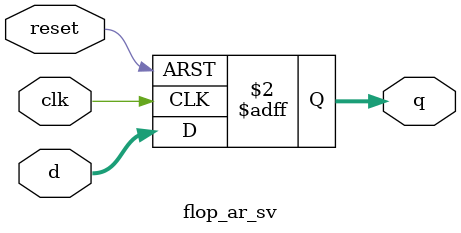
<source format=sv>
module flop_ar_sv
(
input logic clk,
input logic reset,
input logic [3:0] d,
output logic [3:0] q
);
// asynchronous reset
always_ff @(posedge clk, posedge reset)
	if (reset) 
		q <= 4'b0;
	else 
		q <= d;
endmodule

</source>
